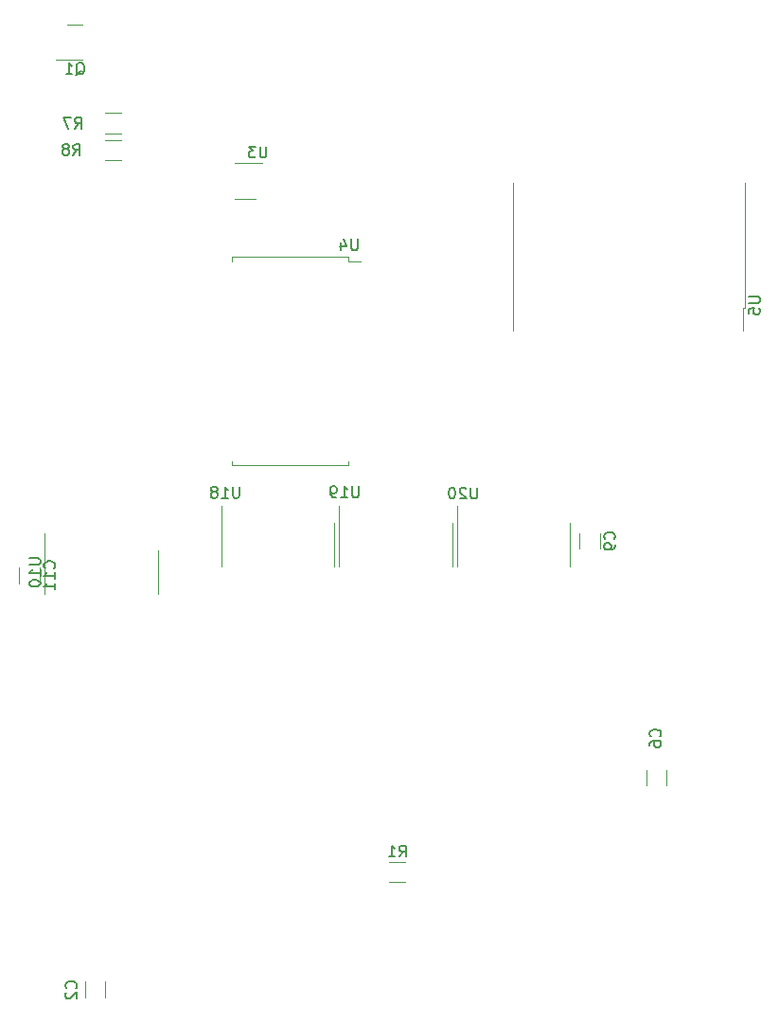
<source format=gbr>
%TF.GenerationSoftware,KiCad,Pcbnew,7.0.6-7.0.6~ubuntu20.04.1*%
%TF.CreationDate,2023-08-06T10:37:38+02:00*%
%TF.ProjectId,RAMROM_512k_board,52414d52-4f4d-45f3-9531-326b5f626f61,rev?*%
%TF.SameCoordinates,Original*%
%TF.FileFunction,Legend,Bot*%
%TF.FilePolarity,Positive*%
%FSLAX46Y46*%
G04 Gerber Fmt 4.6, Leading zero omitted, Abs format (unit mm)*
G04 Created by KiCad (PCBNEW 7.0.6-7.0.6~ubuntu20.04.1) date 2023-08-06 10:37:38*
%MOMM*%
%LPD*%
G01*
G04 APERTURE LIST*
%ADD10C,0.150000*%
%ADD11C,0.120000*%
G04 APERTURE END LIST*
D10*
X132206780Y-100349342D02*
X132254400Y-100301723D01*
X132254400Y-100301723D02*
X132302019Y-100158866D01*
X132302019Y-100158866D02*
X132302019Y-100063628D01*
X132302019Y-100063628D02*
X132254400Y-99920771D01*
X132254400Y-99920771D02*
X132159161Y-99825533D01*
X132159161Y-99825533D02*
X132063923Y-99777914D01*
X132063923Y-99777914D02*
X131873447Y-99730295D01*
X131873447Y-99730295D02*
X131730590Y-99730295D01*
X131730590Y-99730295D02*
X131540114Y-99777914D01*
X131540114Y-99777914D02*
X131444876Y-99825533D01*
X131444876Y-99825533D02*
X131349638Y-99920771D01*
X131349638Y-99920771D02*
X131302019Y-100063628D01*
X131302019Y-100063628D02*
X131302019Y-100158866D01*
X131302019Y-100158866D02*
X131349638Y-100301723D01*
X131349638Y-100301723D02*
X131397257Y-100349342D01*
X132302019Y-101301723D02*
X132302019Y-100730295D01*
X132302019Y-101016009D02*
X131302019Y-101016009D01*
X131302019Y-101016009D02*
X131444876Y-100920771D01*
X131444876Y-100920771D02*
X131540114Y-100825533D01*
X131540114Y-100825533D02*
X131587733Y-100730295D01*
X132302019Y-102254104D02*
X132302019Y-101682676D01*
X132302019Y-101968390D02*
X131302019Y-101968390D01*
X131302019Y-101968390D02*
X131444876Y-101873152D01*
X131444876Y-101873152D02*
X131540114Y-101777914D01*
X131540114Y-101777914D02*
X131587733Y-101682676D01*
X186389180Y-115377933D02*
X186436800Y-115330314D01*
X186436800Y-115330314D02*
X186484419Y-115187457D01*
X186484419Y-115187457D02*
X186484419Y-115092219D01*
X186484419Y-115092219D02*
X186436800Y-114949362D01*
X186436800Y-114949362D02*
X186341561Y-114854124D01*
X186341561Y-114854124D02*
X186246323Y-114806505D01*
X186246323Y-114806505D02*
X186055847Y-114758886D01*
X186055847Y-114758886D02*
X185912990Y-114758886D01*
X185912990Y-114758886D02*
X185722514Y-114806505D01*
X185722514Y-114806505D02*
X185627276Y-114854124D01*
X185627276Y-114854124D02*
X185532038Y-114949362D01*
X185532038Y-114949362D02*
X185484419Y-115092219D01*
X185484419Y-115092219D02*
X185484419Y-115187457D01*
X185484419Y-115187457D02*
X185532038Y-115330314D01*
X185532038Y-115330314D02*
X185579657Y-115377933D01*
X185484419Y-116235076D02*
X185484419Y-116044600D01*
X185484419Y-116044600D02*
X185532038Y-115949362D01*
X185532038Y-115949362D02*
X185579657Y-115901743D01*
X185579657Y-115901743D02*
X185722514Y-115806505D01*
X185722514Y-115806505D02*
X185912990Y-115758886D01*
X185912990Y-115758886D02*
X186293942Y-115758886D01*
X186293942Y-115758886D02*
X186389180Y-115806505D01*
X186389180Y-115806505D02*
X186436800Y-115854124D01*
X186436800Y-115854124D02*
X186484419Y-115949362D01*
X186484419Y-115949362D02*
X186484419Y-116139838D01*
X186484419Y-116139838D02*
X186436800Y-116235076D01*
X186436800Y-116235076D02*
X186389180Y-116282695D01*
X186389180Y-116282695D02*
X186293942Y-116330314D01*
X186293942Y-116330314D02*
X186055847Y-116330314D01*
X186055847Y-116330314D02*
X185960609Y-116282695D01*
X185960609Y-116282695D02*
X185912990Y-116235076D01*
X185912990Y-116235076D02*
X185865371Y-116139838D01*
X185865371Y-116139838D02*
X185865371Y-115949362D01*
X185865371Y-115949362D02*
X185912990Y-115854124D01*
X185912990Y-115854124D02*
X185960609Y-115806505D01*
X185960609Y-115806505D02*
X186055847Y-115758886D01*
X134141380Y-137884133D02*
X134189000Y-137836514D01*
X134189000Y-137836514D02*
X134236619Y-137693657D01*
X134236619Y-137693657D02*
X134236619Y-137598419D01*
X134236619Y-137598419D02*
X134189000Y-137455562D01*
X134189000Y-137455562D02*
X134093761Y-137360324D01*
X134093761Y-137360324D02*
X133998523Y-137312705D01*
X133998523Y-137312705D02*
X133808047Y-137265086D01*
X133808047Y-137265086D02*
X133665190Y-137265086D01*
X133665190Y-137265086D02*
X133474714Y-137312705D01*
X133474714Y-137312705D02*
X133379476Y-137360324D01*
X133379476Y-137360324D02*
X133284238Y-137455562D01*
X133284238Y-137455562D02*
X133236619Y-137598419D01*
X133236619Y-137598419D02*
X133236619Y-137693657D01*
X133236619Y-137693657D02*
X133284238Y-137836514D01*
X133284238Y-137836514D02*
X133331857Y-137884133D01*
X133331857Y-138265086D02*
X133284238Y-138312705D01*
X133284238Y-138312705D02*
X133236619Y-138407943D01*
X133236619Y-138407943D02*
X133236619Y-138646038D01*
X133236619Y-138646038D02*
X133284238Y-138741276D01*
X133284238Y-138741276D02*
X133331857Y-138788895D01*
X133331857Y-138788895D02*
X133427095Y-138836514D01*
X133427095Y-138836514D02*
X133522333Y-138836514D01*
X133522333Y-138836514D02*
X133665190Y-138788895D01*
X133665190Y-138788895D02*
X134236619Y-138217467D01*
X134236619Y-138217467D02*
X134236619Y-138836514D01*
X194343660Y-76081766D02*
X195153183Y-76081766D01*
X195153183Y-76081766D02*
X195248421Y-76129385D01*
X195248421Y-76129385D02*
X195296041Y-76177004D01*
X195296041Y-76177004D02*
X195343660Y-76272242D01*
X195343660Y-76272242D02*
X195343660Y-76462718D01*
X195343660Y-76462718D02*
X195296041Y-76557956D01*
X195296041Y-76557956D02*
X195248421Y-76605575D01*
X195248421Y-76605575D02*
X195153183Y-76653194D01*
X195153183Y-76653194D02*
X194343660Y-76653194D01*
X194343660Y-77605575D02*
X194343660Y-77129385D01*
X194343660Y-77129385D02*
X194819850Y-77081766D01*
X194819850Y-77081766D02*
X194772231Y-77129385D01*
X194772231Y-77129385D02*
X194724612Y-77224623D01*
X194724612Y-77224623D02*
X194724612Y-77462718D01*
X194724612Y-77462718D02*
X194772231Y-77557956D01*
X194772231Y-77557956D02*
X194819850Y-77605575D01*
X194819850Y-77605575D02*
X194915088Y-77653194D01*
X194915088Y-77653194D02*
X195153183Y-77653194D01*
X195153183Y-77653194D02*
X195248421Y-77605575D01*
X195248421Y-77605575D02*
X195296041Y-77557956D01*
X195296041Y-77557956D02*
X195343660Y-77462718D01*
X195343660Y-77462718D02*
X195343660Y-77224623D01*
X195343660Y-77224623D02*
X195296041Y-77129385D01*
X195296041Y-77129385D02*
X195248421Y-77081766D01*
X182308655Y-97739209D02*
X182356275Y-97691590D01*
X182356275Y-97691590D02*
X182403894Y-97548733D01*
X182403894Y-97548733D02*
X182403894Y-97453495D01*
X182403894Y-97453495D02*
X182356275Y-97310638D01*
X182356275Y-97310638D02*
X182261036Y-97215400D01*
X182261036Y-97215400D02*
X182165798Y-97167781D01*
X182165798Y-97167781D02*
X181975322Y-97120162D01*
X181975322Y-97120162D02*
X181832465Y-97120162D01*
X181832465Y-97120162D02*
X181641989Y-97167781D01*
X181641989Y-97167781D02*
X181546751Y-97215400D01*
X181546751Y-97215400D02*
X181451513Y-97310638D01*
X181451513Y-97310638D02*
X181403894Y-97453495D01*
X181403894Y-97453495D02*
X181403894Y-97548733D01*
X181403894Y-97548733D02*
X181451513Y-97691590D01*
X181451513Y-97691590D02*
X181499132Y-97739209D01*
X182403894Y-98215400D02*
X182403894Y-98405876D01*
X182403894Y-98405876D02*
X182356275Y-98501114D01*
X182356275Y-98501114D02*
X182308655Y-98548733D01*
X182308655Y-98548733D02*
X182165798Y-98643971D01*
X182165798Y-98643971D02*
X181975322Y-98691590D01*
X181975322Y-98691590D02*
X181594370Y-98691590D01*
X181594370Y-98691590D02*
X181499132Y-98643971D01*
X181499132Y-98643971D02*
X181451513Y-98596352D01*
X181451513Y-98596352D02*
X181403894Y-98501114D01*
X181403894Y-98501114D02*
X181403894Y-98310638D01*
X181403894Y-98310638D02*
X181451513Y-98215400D01*
X181451513Y-98215400D02*
X181499132Y-98167781D01*
X181499132Y-98167781D02*
X181594370Y-98120162D01*
X181594370Y-98120162D02*
X181832465Y-98120162D01*
X181832465Y-98120162D02*
X181927703Y-98167781D01*
X181927703Y-98167781D02*
X181975322Y-98215400D01*
X181975322Y-98215400D02*
X182022941Y-98310638D01*
X182022941Y-98310638D02*
X182022941Y-98501114D01*
X182022941Y-98501114D02*
X181975322Y-98596352D01*
X181975322Y-98596352D02*
X181927703Y-98643971D01*
X181927703Y-98643971D02*
X181832465Y-98691590D01*
X159359504Y-70930419D02*
X159359504Y-71739942D01*
X159359504Y-71739942D02*
X159311885Y-71835180D01*
X159311885Y-71835180D02*
X159264266Y-71882800D01*
X159264266Y-71882800D02*
X159169028Y-71930419D01*
X159169028Y-71930419D02*
X158978552Y-71930419D01*
X158978552Y-71930419D02*
X158883314Y-71882800D01*
X158883314Y-71882800D02*
X158835695Y-71835180D01*
X158835695Y-71835180D02*
X158788076Y-71739942D01*
X158788076Y-71739942D02*
X158788076Y-70930419D01*
X157883314Y-71263752D02*
X157883314Y-71930419D01*
X158121409Y-70882800D02*
X158359504Y-71597085D01*
X158359504Y-71597085D02*
X157740457Y-71597085D01*
X129968019Y-99463305D02*
X130777542Y-99463305D01*
X130777542Y-99463305D02*
X130872780Y-99510924D01*
X130872780Y-99510924D02*
X130920400Y-99558543D01*
X130920400Y-99558543D02*
X130968019Y-99653781D01*
X130968019Y-99653781D02*
X130968019Y-99844257D01*
X130968019Y-99844257D02*
X130920400Y-99939495D01*
X130920400Y-99939495D02*
X130872780Y-99987114D01*
X130872780Y-99987114D02*
X130777542Y-100034733D01*
X130777542Y-100034733D02*
X129968019Y-100034733D01*
X130968019Y-101034733D02*
X130968019Y-100463305D01*
X130968019Y-100749019D02*
X129968019Y-100749019D01*
X129968019Y-100749019D02*
X130110876Y-100653781D01*
X130110876Y-100653781D02*
X130206114Y-100558543D01*
X130206114Y-100558543D02*
X130253733Y-100463305D01*
X129968019Y-101653781D02*
X129968019Y-101749019D01*
X129968019Y-101749019D02*
X130015638Y-101844257D01*
X130015638Y-101844257D02*
X130063257Y-101891876D01*
X130063257Y-101891876D02*
X130158495Y-101939495D01*
X130158495Y-101939495D02*
X130348971Y-101987114D01*
X130348971Y-101987114D02*
X130587066Y-101987114D01*
X130587066Y-101987114D02*
X130777542Y-101939495D01*
X130777542Y-101939495D02*
X130872780Y-101891876D01*
X130872780Y-101891876D02*
X130920400Y-101844257D01*
X130920400Y-101844257D02*
X130968019Y-101749019D01*
X130968019Y-101749019D02*
X130968019Y-101653781D01*
X130968019Y-101653781D02*
X130920400Y-101558543D01*
X130920400Y-101558543D02*
X130872780Y-101510924D01*
X130872780Y-101510924D02*
X130777542Y-101463305D01*
X130777542Y-101463305D02*
X130587066Y-101415686D01*
X130587066Y-101415686D02*
X130348971Y-101415686D01*
X130348971Y-101415686D02*
X130158495Y-101463305D01*
X130158495Y-101463305D02*
X130063257Y-101510924D01*
X130063257Y-101510924D02*
X130015638Y-101558543D01*
X130015638Y-101558543D02*
X129968019Y-101653781D01*
X151180704Y-62650019D02*
X151180704Y-63459542D01*
X151180704Y-63459542D02*
X151133085Y-63554780D01*
X151133085Y-63554780D02*
X151085466Y-63602400D01*
X151085466Y-63602400D02*
X150990228Y-63650019D01*
X150990228Y-63650019D02*
X150799752Y-63650019D01*
X150799752Y-63650019D02*
X150704514Y-63602400D01*
X150704514Y-63602400D02*
X150656895Y-63554780D01*
X150656895Y-63554780D02*
X150609276Y-63459542D01*
X150609276Y-63459542D02*
X150609276Y-62650019D01*
X150228323Y-62650019D02*
X149609276Y-62650019D01*
X149609276Y-62650019D02*
X149942609Y-63030971D01*
X149942609Y-63030971D02*
X149799752Y-63030971D01*
X149799752Y-63030971D02*
X149704514Y-63078590D01*
X149704514Y-63078590D02*
X149656895Y-63126209D01*
X149656895Y-63126209D02*
X149609276Y-63221447D01*
X149609276Y-63221447D02*
X149609276Y-63459542D01*
X149609276Y-63459542D02*
X149656895Y-63554780D01*
X149656895Y-63554780D02*
X149704514Y-63602400D01*
X149704514Y-63602400D02*
X149799752Y-63650019D01*
X149799752Y-63650019D02*
X150085466Y-63650019D01*
X150085466Y-63650019D02*
X150180704Y-63602400D01*
X150180704Y-63602400D02*
X150228323Y-63554780D01*
X148761294Y-93079219D02*
X148761294Y-93888742D01*
X148761294Y-93888742D02*
X148713675Y-93983980D01*
X148713675Y-93983980D02*
X148666056Y-94031600D01*
X148666056Y-94031600D02*
X148570818Y-94079219D01*
X148570818Y-94079219D02*
X148380342Y-94079219D01*
X148380342Y-94079219D02*
X148285104Y-94031600D01*
X148285104Y-94031600D02*
X148237485Y-93983980D01*
X148237485Y-93983980D02*
X148189866Y-93888742D01*
X148189866Y-93888742D02*
X148189866Y-93079219D01*
X147189866Y-94079219D02*
X147761294Y-94079219D01*
X147475580Y-94079219D02*
X147475580Y-93079219D01*
X147475580Y-93079219D02*
X147570818Y-93222076D01*
X147570818Y-93222076D02*
X147666056Y-93317314D01*
X147666056Y-93317314D02*
X147761294Y-93364933D01*
X146618437Y-93507790D02*
X146713675Y-93460171D01*
X146713675Y-93460171D02*
X146761294Y-93412552D01*
X146761294Y-93412552D02*
X146808913Y-93317314D01*
X146808913Y-93317314D02*
X146808913Y-93269695D01*
X146808913Y-93269695D02*
X146761294Y-93174457D01*
X146761294Y-93174457D02*
X146713675Y-93126838D01*
X146713675Y-93126838D02*
X146618437Y-93079219D01*
X146618437Y-93079219D02*
X146427961Y-93079219D01*
X146427961Y-93079219D02*
X146332723Y-93126838D01*
X146332723Y-93126838D02*
X146285104Y-93174457D01*
X146285104Y-93174457D02*
X146237485Y-93269695D01*
X146237485Y-93269695D02*
X146237485Y-93317314D01*
X146237485Y-93317314D02*
X146285104Y-93412552D01*
X146285104Y-93412552D02*
X146332723Y-93460171D01*
X146332723Y-93460171D02*
X146427961Y-93507790D01*
X146427961Y-93507790D02*
X146618437Y-93507790D01*
X146618437Y-93507790D02*
X146713675Y-93555409D01*
X146713675Y-93555409D02*
X146761294Y-93603028D01*
X146761294Y-93603028D02*
X146808913Y-93698266D01*
X146808913Y-93698266D02*
X146808913Y-93888742D01*
X146808913Y-93888742D02*
X146761294Y-93983980D01*
X146761294Y-93983980D02*
X146713675Y-94031600D01*
X146713675Y-94031600D02*
X146618437Y-94079219D01*
X146618437Y-94079219D02*
X146427961Y-94079219D01*
X146427961Y-94079219D02*
X146332723Y-94031600D01*
X146332723Y-94031600D02*
X146285104Y-93983980D01*
X146285104Y-93983980D02*
X146237485Y-93888742D01*
X146237485Y-93888742D02*
X146237485Y-93698266D01*
X146237485Y-93698266D02*
X146285104Y-93603028D01*
X146285104Y-93603028D02*
X146332723Y-93555409D01*
X146332723Y-93555409D02*
X146427961Y-93507790D01*
X134075466Y-61059219D02*
X134408799Y-60583028D01*
X134646894Y-61059219D02*
X134646894Y-60059219D01*
X134646894Y-60059219D02*
X134265942Y-60059219D01*
X134265942Y-60059219D02*
X134170704Y-60106838D01*
X134170704Y-60106838D02*
X134123085Y-60154457D01*
X134123085Y-60154457D02*
X134075466Y-60249695D01*
X134075466Y-60249695D02*
X134075466Y-60392552D01*
X134075466Y-60392552D02*
X134123085Y-60487790D01*
X134123085Y-60487790D02*
X134170704Y-60535409D01*
X134170704Y-60535409D02*
X134265942Y-60583028D01*
X134265942Y-60583028D02*
X134646894Y-60583028D01*
X133742132Y-60059219D02*
X133075466Y-60059219D01*
X133075466Y-60059219D02*
X133504037Y-61059219D01*
X134158738Y-56290057D02*
X134253976Y-56242438D01*
X134253976Y-56242438D02*
X134349214Y-56147200D01*
X134349214Y-56147200D02*
X134492071Y-56004342D01*
X134492071Y-56004342D02*
X134587309Y-55956723D01*
X134587309Y-55956723D02*
X134682547Y-55956723D01*
X134634928Y-56194819D02*
X134730166Y-56147200D01*
X134730166Y-56147200D02*
X134825404Y-56051961D01*
X134825404Y-56051961D02*
X134873023Y-55861485D01*
X134873023Y-55861485D02*
X134873023Y-55528152D01*
X134873023Y-55528152D02*
X134825404Y-55337676D01*
X134825404Y-55337676D02*
X134730166Y-55242438D01*
X134730166Y-55242438D02*
X134634928Y-55194819D01*
X134634928Y-55194819D02*
X134444452Y-55194819D01*
X134444452Y-55194819D02*
X134349214Y-55242438D01*
X134349214Y-55242438D02*
X134253976Y-55337676D01*
X134253976Y-55337676D02*
X134206357Y-55528152D01*
X134206357Y-55528152D02*
X134206357Y-55861485D01*
X134206357Y-55861485D02*
X134253976Y-56051961D01*
X134253976Y-56051961D02*
X134349214Y-56147200D01*
X134349214Y-56147200D02*
X134444452Y-56194819D01*
X134444452Y-56194819D02*
X134634928Y-56194819D01*
X133253976Y-56194819D02*
X133825404Y-56194819D01*
X133539690Y-56194819D02*
X133539690Y-55194819D01*
X133539690Y-55194819D02*
X133634928Y-55337676D01*
X133634928Y-55337676D02*
X133730166Y-55432914D01*
X133730166Y-55432914D02*
X133825404Y-55480533D01*
X159429294Y-93028419D02*
X159429294Y-93837942D01*
X159429294Y-93837942D02*
X159381675Y-93933180D01*
X159381675Y-93933180D02*
X159334056Y-93980800D01*
X159334056Y-93980800D02*
X159238818Y-94028419D01*
X159238818Y-94028419D02*
X159048342Y-94028419D01*
X159048342Y-94028419D02*
X158953104Y-93980800D01*
X158953104Y-93980800D02*
X158905485Y-93933180D01*
X158905485Y-93933180D02*
X158857866Y-93837942D01*
X158857866Y-93837942D02*
X158857866Y-93028419D01*
X157857866Y-94028419D02*
X158429294Y-94028419D01*
X158143580Y-94028419D02*
X158143580Y-93028419D01*
X158143580Y-93028419D02*
X158238818Y-93171276D01*
X158238818Y-93171276D02*
X158334056Y-93266514D01*
X158334056Y-93266514D02*
X158429294Y-93314133D01*
X157381675Y-94028419D02*
X157191199Y-94028419D01*
X157191199Y-94028419D02*
X157095961Y-93980800D01*
X157095961Y-93980800D02*
X157048342Y-93933180D01*
X157048342Y-93933180D02*
X156953104Y-93790323D01*
X156953104Y-93790323D02*
X156905485Y-93599847D01*
X156905485Y-93599847D02*
X156905485Y-93218895D01*
X156905485Y-93218895D02*
X156953104Y-93123657D01*
X156953104Y-93123657D02*
X157000723Y-93076038D01*
X157000723Y-93076038D02*
X157095961Y-93028419D01*
X157095961Y-93028419D02*
X157286437Y-93028419D01*
X157286437Y-93028419D02*
X157381675Y-93076038D01*
X157381675Y-93076038D02*
X157429294Y-93123657D01*
X157429294Y-93123657D02*
X157476913Y-93218895D01*
X157476913Y-93218895D02*
X157476913Y-93456990D01*
X157476913Y-93456990D02*
X157429294Y-93552228D01*
X157429294Y-93552228D02*
X157381675Y-93599847D01*
X157381675Y-93599847D02*
X157286437Y-93647466D01*
X157286437Y-93647466D02*
X157095961Y-93647466D01*
X157095961Y-93647466D02*
X157000723Y-93599847D01*
X157000723Y-93599847D02*
X156953104Y-93552228D01*
X156953104Y-93552228D02*
X156905485Y-93456990D01*
X133923066Y-63446819D02*
X134256399Y-62970628D01*
X134494494Y-63446819D02*
X134494494Y-62446819D01*
X134494494Y-62446819D02*
X134113542Y-62446819D01*
X134113542Y-62446819D02*
X134018304Y-62494438D01*
X134018304Y-62494438D02*
X133970685Y-62542057D01*
X133970685Y-62542057D02*
X133923066Y-62637295D01*
X133923066Y-62637295D02*
X133923066Y-62780152D01*
X133923066Y-62780152D02*
X133970685Y-62875390D01*
X133970685Y-62875390D02*
X134018304Y-62923009D01*
X134018304Y-62923009D02*
X134113542Y-62970628D01*
X134113542Y-62970628D02*
X134494494Y-62970628D01*
X133351637Y-62875390D02*
X133446875Y-62827771D01*
X133446875Y-62827771D02*
X133494494Y-62780152D01*
X133494494Y-62780152D02*
X133542113Y-62684914D01*
X133542113Y-62684914D02*
X133542113Y-62637295D01*
X133542113Y-62637295D02*
X133494494Y-62542057D01*
X133494494Y-62542057D02*
X133446875Y-62494438D01*
X133446875Y-62494438D02*
X133351637Y-62446819D01*
X133351637Y-62446819D02*
X133161161Y-62446819D01*
X133161161Y-62446819D02*
X133065923Y-62494438D01*
X133065923Y-62494438D02*
X133018304Y-62542057D01*
X133018304Y-62542057D02*
X132970685Y-62637295D01*
X132970685Y-62637295D02*
X132970685Y-62684914D01*
X132970685Y-62684914D02*
X133018304Y-62780152D01*
X133018304Y-62780152D02*
X133065923Y-62827771D01*
X133065923Y-62827771D02*
X133161161Y-62875390D01*
X133161161Y-62875390D02*
X133351637Y-62875390D01*
X133351637Y-62875390D02*
X133446875Y-62923009D01*
X133446875Y-62923009D02*
X133494494Y-62970628D01*
X133494494Y-62970628D02*
X133542113Y-63065866D01*
X133542113Y-63065866D02*
X133542113Y-63256342D01*
X133542113Y-63256342D02*
X133494494Y-63351580D01*
X133494494Y-63351580D02*
X133446875Y-63399200D01*
X133446875Y-63399200D02*
X133351637Y-63446819D01*
X133351637Y-63446819D02*
X133161161Y-63446819D01*
X133161161Y-63446819D02*
X133065923Y-63399200D01*
X133065923Y-63399200D02*
X133018304Y-63351580D01*
X133018304Y-63351580D02*
X132970685Y-63256342D01*
X132970685Y-63256342D02*
X132970685Y-63065866D01*
X132970685Y-63065866D02*
X133018304Y-62970628D01*
X133018304Y-62970628D02*
X133065923Y-62923009D01*
X133065923Y-62923009D02*
X133161161Y-62875390D01*
X170046494Y-93130019D02*
X170046494Y-93939542D01*
X170046494Y-93939542D02*
X169998875Y-94034780D01*
X169998875Y-94034780D02*
X169951256Y-94082400D01*
X169951256Y-94082400D02*
X169856018Y-94130019D01*
X169856018Y-94130019D02*
X169665542Y-94130019D01*
X169665542Y-94130019D02*
X169570304Y-94082400D01*
X169570304Y-94082400D02*
X169522685Y-94034780D01*
X169522685Y-94034780D02*
X169475066Y-93939542D01*
X169475066Y-93939542D02*
X169475066Y-93130019D01*
X169046494Y-93225257D02*
X168998875Y-93177638D01*
X168998875Y-93177638D02*
X168903637Y-93130019D01*
X168903637Y-93130019D02*
X168665542Y-93130019D01*
X168665542Y-93130019D02*
X168570304Y-93177638D01*
X168570304Y-93177638D02*
X168522685Y-93225257D01*
X168522685Y-93225257D02*
X168475066Y-93320495D01*
X168475066Y-93320495D02*
X168475066Y-93415733D01*
X168475066Y-93415733D02*
X168522685Y-93558590D01*
X168522685Y-93558590D02*
X169094113Y-94130019D01*
X169094113Y-94130019D02*
X168475066Y-94130019D01*
X167856018Y-93130019D02*
X167760780Y-93130019D01*
X167760780Y-93130019D02*
X167665542Y-93177638D01*
X167665542Y-93177638D02*
X167617923Y-93225257D01*
X167617923Y-93225257D02*
X167570304Y-93320495D01*
X167570304Y-93320495D02*
X167522685Y-93510971D01*
X167522685Y-93510971D02*
X167522685Y-93749066D01*
X167522685Y-93749066D02*
X167570304Y-93939542D01*
X167570304Y-93939542D02*
X167617923Y-94034780D01*
X167617923Y-94034780D02*
X167665542Y-94082400D01*
X167665542Y-94082400D02*
X167760780Y-94130019D01*
X167760780Y-94130019D02*
X167856018Y-94130019D01*
X167856018Y-94130019D02*
X167951256Y-94082400D01*
X167951256Y-94082400D02*
X167998875Y-94034780D01*
X167998875Y-94034780D02*
X168046494Y-93939542D01*
X168046494Y-93939542D02*
X168094113Y-93749066D01*
X168094113Y-93749066D02*
X168094113Y-93510971D01*
X168094113Y-93510971D02*
X168046494Y-93320495D01*
X168046494Y-93320495D02*
X167998875Y-93225257D01*
X167998875Y-93225257D02*
X167951256Y-93177638D01*
X167951256Y-93177638D02*
X167856018Y-93130019D01*
X163082266Y-126142819D02*
X163415599Y-125666628D01*
X163653694Y-126142819D02*
X163653694Y-125142819D01*
X163653694Y-125142819D02*
X163272742Y-125142819D01*
X163272742Y-125142819D02*
X163177504Y-125190438D01*
X163177504Y-125190438D02*
X163129885Y-125238057D01*
X163129885Y-125238057D02*
X163082266Y-125333295D01*
X163082266Y-125333295D02*
X163082266Y-125476152D01*
X163082266Y-125476152D02*
X163129885Y-125571390D01*
X163129885Y-125571390D02*
X163177504Y-125619009D01*
X163177504Y-125619009D02*
X163272742Y-125666628D01*
X163272742Y-125666628D02*
X163653694Y-125666628D01*
X162129885Y-126142819D02*
X162701313Y-126142819D01*
X162415599Y-126142819D02*
X162415599Y-125142819D01*
X162415599Y-125142819D02*
X162510837Y-125285676D01*
X162510837Y-125285676D02*
X162606075Y-125380914D01*
X162606075Y-125380914D02*
X162701313Y-125428533D01*
D11*
%TO.C,C11*%
X130907200Y-101703452D02*
X130907200Y-100280948D01*
X129087200Y-101703452D02*
X129087200Y-100280948D01*
%TO.C,C6*%
X185170400Y-118363948D02*
X185170400Y-119786452D01*
X186990400Y-118363948D02*
X186990400Y-119786452D01*
%TO.C,C2*%
X136774600Y-137263348D02*
X136774600Y-138685852D01*
X134954600Y-137263348D02*
X134954600Y-138685852D01*
%TO.C,U5*%
X173238841Y-79093671D02*
X173238841Y-65893671D01*
X193838841Y-77093671D02*
X193838841Y-79093671D01*
X194038841Y-77093671D02*
X193838841Y-77093671D01*
X194038841Y-77093671D02*
X194038841Y-65893671D01*
%TO.C,C9*%
X179189075Y-98617128D02*
X179189075Y-97194624D01*
X181009075Y-98617128D02*
X181009075Y-97194624D01*
%TO.C,U4*%
X158504400Y-91153800D02*
X158504400Y-90773800D01*
X158504400Y-72903800D02*
X159664400Y-72903800D01*
X158504400Y-72523800D02*
X158504400Y-72903800D01*
X153314400Y-91153800D02*
X158504400Y-91153800D01*
X153314400Y-91153800D02*
X148124400Y-91153800D01*
X153314400Y-72523800D02*
X158504400Y-72523800D01*
X153314400Y-72523800D02*
X148124400Y-72523800D01*
X148124400Y-91153800D02*
X148124400Y-90773800D01*
X148124400Y-72523800D02*
X148124400Y-72903800D01*
%TO.C,U10*%
X131353200Y-100701400D02*
X131353200Y-102651400D01*
X131353200Y-100701400D02*
X131353200Y-97251400D01*
X141473200Y-100701400D02*
X141473200Y-102651400D01*
X141473200Y-100701400D02*
X141473200Y-98751400D01*
%TO.C,U3*%
X150197400Y-67360400D02*
X148397400Y-67360400D01*
X148397400Y-64140400D02*
X150847400Y-64140400D01*
%TO.C,U18*%
X157282200Y-98268351D02*
X157282200Y-96318351D01*
X157282200Y-98268351D02*
X157282200Y-100218351D01*
X147162200Y-98268351D02*
X147162200Y-94818351D01*
X147162200Y-98268351D02*
X147162200Y-100218351D01*
%TO.C,R7*%
X136748436Y-59643600D02*
X138202564Y-59643600D01*
X136748436Y-61463600D02*
X138202564Y-61463600D01*
%TO.C,Q1*%
X134063500Y-51780000D02*
X133413500Y-51780000D01*
X134063500Y-51780000D02*
X134713500Y-51780000D01*
X134063500Y-54900000D02*
X132388500Y-54900000D01*
X134063500Y-54900000D02*
X134713500Y-54900000D01*
%TO.C,U19*%
X167797800Y-98268351D02*
X167797800Y-96318351D01*
X167797800Y-98268351D02*
X167797800Y-100218351D01*
X157677800Y-98268351D02*
X157677800Y-94818351D01*
X157677800Y-98268351D02*
X157677800Y-100218351D01*
%TO.C,R8*%
X136748436Y-62082000D02*
X138202564Y-62082000D01*
X136748436Y-63902000D02*
X138202564Y-63902000D01*
%TO.C,U20*%
X178338800Y-98257151D02*
X178338800Y-96307151D01*
X178338800Y-98257151D02*
X178338800Y-100207151D01*
X168218800Y-98257151D02*
X168218800Y-94807151D01*
X168218800Y-98257151D02*
X168218800Y-100207151D01*
%TO.C,R1*%
X163642664Y-128418000D02*
X162188536Y-128418000D01*
X163642664Y-126598000D02*
X162188536Y-126598000D01*
%TD*%
M02*

</source>
